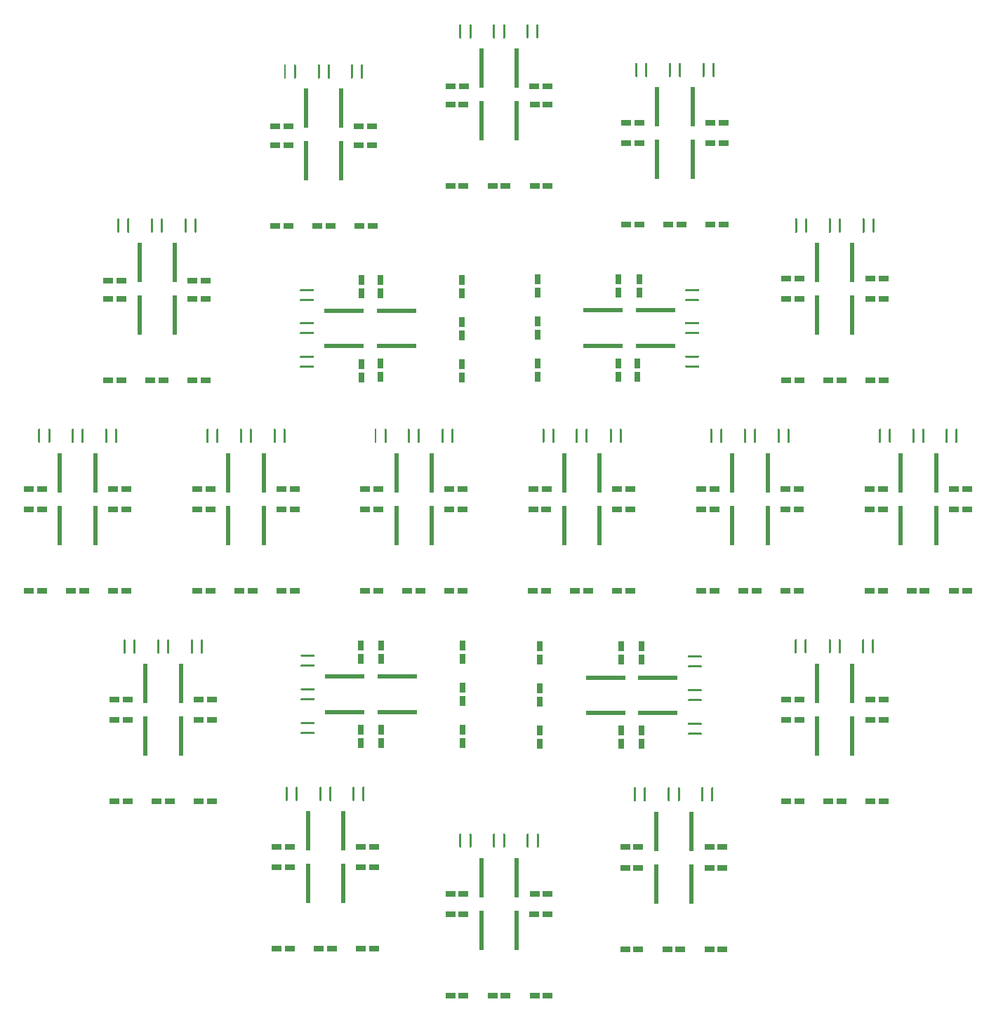
<source format=gtp>
G04 #@! TF.GenerationSoftware,KiCad,Pcbnew,(5.1.6)-1*
G04 #@! TF.CreationDate,2021-04-26T19:55:32-05:00*
G04 #@! TF.ProjectId,capstone-led,63617073-746f-46e6-952d-6c65642e6b69,rev?*
G04 #@! TF.SameCoordinates,Original*
G04 #@! TF.FileFunction,Paste,Top*
G04 #@! TF.FilePolarity,Positive*
%FSLAX46Y46*%
G04 Gerber Fmt 4.6, Leading zero omitted, Abs format (unit mm)*
G04 Created by KiCad (PCBNEW (5.1.6)-1) date 2021-04-26 19:55:32*
%MOMM*%
%LPD*%
G01*
G04 APERTURE LIST*
%ADD10R,4.780000X0.500000*%
%ADD11R,1.260000X0.730000*%
%ADD12R,0.730000X1.260000*%
%ADD13R,0.500000X4.780000*%
G04 APERTURE END LIST*
G36*
G01*
X123462000Y-116695200D02*
X121902000Y-116695200D01*
G75*
G02*
X121832000Y-116625200I0J70000D01*
G01*
X121832000Y-116515200D01*
G75*
G02*
X121902000Y-116445200I70000J0D01*
G01*
X123462000Y-116445200D01*
G75*
G02*
X123532000Y-116515200I0J-70000D01*
G01*
X123532000Y-116625200D01*
G75*
G02*
X123462000Y-116695200I-70000J0D01*
G01*
G37*
G36*
G01*
X123462000Y-117895200D02*
X121902000Y-117895200D01*
G75*
G02*
X121832000Y-117825200I0J70000D01*
G01*
X121832000Y-117715200D01*
G75*
G02*
X121902000Y-117645200I70000J0D01*
G01*
X123462000Y-117645200D01*
G75*
G02*
X123532000Y-117715200I0J-70000D01*
G01*
X123532000Y-117825200D01*
G75*
G02*
X123462000Y-117895200I-70000J0D01*
G01*
G37*
G36*
G01*
X123462000Y-120759200D02*
X121902000Y-120759200D01*
G75*
G02*
X121832000Y-120689200I0J70000D01*
G01*
X121832000Y-120579200D01*
G75*
G02*
X121902000Y-120509200I70000J0D01*
G01*
X123462000Y-120509200D01*
G75*
G02*
X123532000Y-120579200I0J-70000D01*
G01*
X123532000Y-120689200D01*
G75*
G02*
X123462000Y-120759200I-70000J0D01*
G01*
G37*
G36*
G01*
X123462000Y-121959200D02*
X121902000Y-121959200D01*
G75*
G02*
X121832000Y-121889200I0J70000D01*
G01*
X121832000Y-121779200D01*
G75*
G02*
X121902000Y-121709200I70000J0D01*
G01*
X123462000Y-121709200D01*
G75*
G02*
X123532000Y-121779200I0J-70000D01*
G01*
X123532000Y-121889200D01*
G75*
G02*
X123462000Y-121959200I-70000J0D01*
G01*
G37*
G36*
G01*
X123462000Y-124823200D02*
X121902000Y-124823200D01*
G75*
G02*
X121832000Y-124753200I0J70000D01*
G01*
X121832000Y-124643200D01*
G75*
G02*
X121902000Y-124573200I70000J0D01*
G01*
X123462000Y-124573200D01*
G75*
G02*
X123532000Y-124643200I0J-70000D01*
G01*
X123532000Y-124753200D01*
G75*
G02*
X123462000Y-124823200I-70000J0D01*
G01*
G37*
G36*
G01*
X123462000Y-126023200D02*
X121902000Y-126023200D01*
G75*
G02*
X121832000Y-125953200I0J70000D01*
G01*
X121832000Y-125843200D01*
G75*
G02*
X121902000Y-125773200I70000J0D01*
G01*
X123462000Y-125773200D01*
G75*
G02*
X123532000Y-125843200I0J-70000D01*
G01*
X123532000Y-125953200D01*
G75*
G02*
X123462000Y-126023200I-70000J0D01*
G01*
G37*
G36*
G01*
X75191400Y-125671600D02*
X76751400Y-125671600D01*
G75*
G02*
X76821400Y-125741600I0J-70000D01*
G01*
X76821400Y-125851600D01*
G75*
G02*
X76751400Y-125921600I-70000J0D01*
G01*
X75191400Y-125921600D01*
G75*
G02*
X75121400Y-125851600I0J70000D01*
G01*
X75121400Y-125741600D01*
G75*
G02*
X75191400Y-125671600I70000J0D01*
G01*
G37*
G36*
G01*
X75191400Y-124471600D02*
X76751400Y-124471600D01*
G75*
G02*
X76821400Y-124541600I0J-70000D01*
G01*
X76821400Y-124651600D01*
G75*
G02*
X76751400Y-124721600I-70000J0D01*
G01*
X75191400Y-124721600D01*
G75*
G02*
X75121400Y-124651600I0J70000D01*
G01*
X75121400Y-124541600D01*
G75*
G02*
X75191400Y-124471600I70000J0D01*
G01*
G37*
G36*
G01*
X75191400Y-121607600D02*
X76751400Y-121607600D01*
G75*
G02*
X76821400Y-121677600I0J-70000D01*
G01*
X76821400Y-121787600D01*
G75*
G02*
X76751400Y-121857600I-70000J0D01*
G01*
X75191400Y-121857600D01*
G75*
G02*
X75121400Y-121787600I0J70000D01*
G01*
X75121400Y-121677600D01*
G75*
G02*
X75191400Y-121607600I70000J0D01*
G01*
G37*
G36*
G01*
X75191400Y-120407600D02*
X76751400Y-120407600D01*
G75*
G02*
X76821400Y-120477600I0J-70000D01*
G01*
X76821400Y-120587600D01*
G75*
G02*
X76751400Y-120657600I-70000J0D01*
G01*
X75191400Y-120657600D01*
G75*
G02*
X75121400Y-120587600I0J70000D01*
G01*
X75121400Y-120477600D01*
G75*
G02*
X75191400Y-120407600I70000J0D01*
G01*
G37*
G36*
G01*
X75191400Y-117543600D02*
X76751400Y-117543600D01*
G75*
G02*
X76821400Y-117613600I0J-70000D01*
G01*
X76821400Y-117723600D01*
G75*
G02*
X76751400Y-117793600I-70000J0D01*
G01*
X75191400Y-117793600D01*
G75*
G02*
X75121400Y-117723600I0J70000D01*
G01*
X75121400Y-117613600D01*
G75*
G02*
X75191400Y-117543600I70000J0D01*
G01*
G37*
G36*
G01*
X75191400Y-116343600D02*
X76751400Y-116343600D01*
G75*
G02*
X76821400Y-116413600I0J-70000D01*
G01*
X76821400Y-116523600D01*
G75*
G02*
X76751400Y-116593600I-70000J0D01*
G01*
X75191400Y-116593600D01*
G75*
G02*
X75121400Y-116523600I0J70000D01*
G01*
X75121400Y-116413600D01*
G75*
G02*
X75191400Y-116343600I70000J0D01*
G01*
G37*
G36*
G01*
X63086000Y-116146800D02*
X63086000Y-114586800D01*
G75*
G02*
X63156000Y-114516800I70000J0D01*
G01*
X63266000Y-114516800D01*
G75*
G02*
X63336000Y-114586800I0J-70000D01*
G01*
X63336000Y-116146800D01*
G75*
G02*
X63266000Y-116216800I-70000J0D01*
G01*
X63156000Y-116216800D01*
G75*
G02*
X63086000Y-116146800I0J70000D01*
G01*
G37*
G36*
G01*
X61886000Y-116146800D02*
X61886000Y-114586800D01*
G75*
G02*
X61956000Y-114516800I70000J0D01*
G01*
X62066000Y-114516800D01*
G75*
G02*
X62136000Y-114586800I0J-70000D01*
G01*
X62136000Y-116146800D01*
G75*
G02*
X62066000Y-116216800I-70000J0D01*
G01*
X61956000Y-116216800D01*
G75*
G02*
X61886000Y-116146800I0J70000D01*
G01*
G37*
G36*
G01*
X59022000Y-116146800D02*
X59022000Y-114586800D01*
G75*
G02*
X59092000Y-114516800I70000J0D01*
G01*
X59202000Y-114516800D01*
G75*
G02*
X59272000Y-114586800I0J-70000D01*
G01*
X59272000Y-116146800D01*
G75*
G02*
X59202000Y-116216800I-70000J0D01*
G01*
X59092000Y-116216800D01*
G75*
G02*
X59022000Y-116146800I0J70000D01*
G01*
G37*
G36*
G01*
X57822000Y-116146800D02*
X57822000Y-114586800D01*
G75*
G02*
X57892000Y-114516800I70000J0D01*
G01*
X58002000Y-114516800D01*
G75*
G02*
X58072000Y-114586800I0J-70000D01*
G01*
X58072000Y-116146800D01*
G75*
G02*
X58002000Y-116216800I-70000J0D01*
G01*
X57892000Y-116216800D01*
G75*
G02*
X57822000Y-116146800I0J70000D01*
G01*
G37*
G36*
G01*
X54958000Y-116146800D02*
X54958000Y-114586800D01*
G75*
G02*
X55028000Y-114516800I70000J0D01*
G01*
X55138000Y-114516800D01*
G75*
G02*
X55208000Y-114586800I0J-70000D01*
G01*
X55208000Y-116146800D01*
G75*
G02*
X55138000Y-116216800I-70000J0D01*
G01*
X55028000Y-116216800D01*
G75*
G02*
X54958000Y-116146800I0J70000D01*
G01*
G37*
G36*
G01*
X53758000Y-116146800D02*
X53758000Y-114586800D01*
G75*
G02*
X53828000Y-114516800I70000J0D01*
G01*
X53938000Y-114516800D01*
G75*
G02*
X54008000Y-114586800I0J-70000D01*
G01*
X54008000Y-116146800D01*
G75*
G02*
X53938000Y-116216800I-70000J0D01*
G01*
X53828000Y-116216800D01*
G75*
G02*
X53758000Y-116146800I0J70000D01*
G01*
G37*
G36*
G01*
X73566000Y-132366800D02*
X73566000Y-133926800D01*
G75*
G02*
X73496000Y-133996800I-70000J0D01*
G01*
X73386000Y-133996800D01*
G75*
G02*
X73316000Y-133926800I0J70000D01*
G01*
X73316000Y-132366800D01*
G75*
G02*
X73386000Y-132296800I70000J0D01*
G01*
X73496000Y-132296800D01*
G75*
G02*
X73566000Y-132366800I0J-70000D01*
G01*
G37*
G36*
G01*
X74766000Y-132366800D02*
X74766000Y-133926800D01*
G75*
G02*
X74696000Y-133996800I-70000J0D01*
G01*
X74586000Y-133996800D01*
G75*
G02*
X74516000Y-133926800I0J70000D01*
G01*
X74516000Y-132366800D01*
G75*
G02*
X74586000Y-132296800I70000J0D01*
G01*
X74696000Y-132296800D01*
G75*
G02*
X74766000Y-132366800I0J-70000D01*
G01*
G37*
G36*
G01*
X135008600Y-63786800D02*
X135008600Y-65346800D01*
G75*
G02*
X134938600Y-65416800I-70000J0D01*
G01*
X134828600Y-65416800D01*
G75*
G02*
X134758600Y-65346800I0J70000D01*
G01*
X134758600Y-63786800D01*
G75*
G02*
X134828600Y-63716800I70000J0D01*
G01*
X134938600Y-63716800D01*
G75*
G02*
X135008600Y-63786800I0J-70000D01*
G01*
G37*
G36*
G01*
X136208600Y-63786800D02*
X136208600Y-65346800D01*
G75*
G02*
X136138600Y-65416800I-70000J0D01*
G01*
X136028600Y-65416800D01*
G75*
G02*
X135958600Y-65346800I0J70000D01*
G01*
X135958600Y-63786800D01*
G75*
G02*
X136028600Y-63716800I70000J0D01*
G01*
X136138600Y-63716800D01*
G75*
G02*
X136208600Y-63786800I0J-70000D01*
G01*
G37*
G36*
G01*
X123131800Y-72499200D02*
X121571800Y-72499200D01*
G75*
G02*
X121501800Y-72429200I0J70000D01*
G01*
X121501800Y-72319200D01*
G75*
G02*
X121571800Y-72249200I70000J0D01*
G01*
X123131800Y-72249200D01*
G75*
G02*
X123201800Y-72319200I0J-70000D01*
G01*
X123201800Y-72429200D01*
G75*
G02*
X123131800Y-72499200I-70000J0D01*
G01*
G37*
G36*
G01*
X123131800Y-73699200D02*
X121571800Y-73699200D01*
G75*
G02*
X121501800Y-73629200I0J70000D01*
G01*
X121501800Y-73519200D01*
G75*
G02*
X121571800Y-73449200I70000J0D01*
G01*
X123131800Y-73449200D01*
G75*
G02*
X123201800Y-73519200I0J-70000D01*
G01*
X123201800Y-73629200D01*
G75*
G02*
X123131800Y-73699200I-70000J0D01*
G01*
G37*
G36*
G01*
X77655400Y-132366800D02*
X77655400Y-133926800D01*
G75*
G02*
X77585400Y-133996800I-70000J0D01*
G01*
X77475400Y-133996800D01*
G75*
G02*
X77405400Y-133926800I0J70000D01*
G01*
X77405400Y-132366800D01*
G75*
G02*
X77475400Y-132296800I70000J0D01*
G01*
X77585400Y-132296800D01*
G75*
G02*
X77655400Y-132366800I0J-70000D01*
G01*
G37*
G36*
G01*
X78855400Y-132366800D02*
X78855400Y-133926800D01*
G75*
G02*
X78785400Y-133996800I-70000J0D01*
G01*
X78675400Y-133996800D01*
G75*
G02*
X78605400Y-133926800I0J70000D01*
G01*
X78605400Y-132366800D01*
G75*
G02*
X78675400Y-132296800I70000J0D01*
G01*
X78785400Y-132296800D01*
G75*
G02*
X78855400Y-132366800I0J-70000D01*
G01*
G37*
G36*
G01*
X124808000Y-46576200D02*
X124808000Y-45016200D01*
G75*
G02*
X124878000Y-44946200I70000J0D01*
G01*
X124988000Y-44946200D01*
G75*
G02*
X125058000Y-45016200I0J-70000D01*
G01*
X125058000Y-46576200D01*
G75*
G02*
X124988000Y-46646200I-70000J0D01*
G01*
X124878000Y-46646200D01*
G75*
G02*
X124808000Y-46576200I0J70000D01*
G01*
G37*
G36*
G01*
X123608000Y-46576200D02*
X123608000Y-45016200D01*
G75*
G02*
X123678000Y-44946200I70000J0D01*
G01*
X123788000Y-44946200D01*
G75*
G02*
X123858000Y-45016200I0J-70000D01*
G01*
X123858000Y-46576200D01*
G75*
G02*
X123788000Y-46646200I-70000J0D01*
G01*
X123678000Y-46646200D01*
G75*
G02*
X123608000Y-46576200I0J70000D01*
G01*
G37*
G36*
G01*
X123131800Y-76461600D02*
X121571800Y-76461600D01*
G75*
G02*
X121501800Y-76391600I0J70000D01*
G01*
X121501800Y-76281600D01*
G75*
G02*
X121571800Y-76211600I70000J0D01*
G01*
X123131800Y-76211600D01*
G75*
G02*
X123201800Y-76281600I0J-70000D01*
G01*
X123201800Y-76391600D01*
G75*
G02*
X123131800Y-76461600I-70000J0D01*
G01*
G37*
G36*
G01*
X123131800Y-77661600D02*
X121571800Y-77661600D01*
G75*
G02*
X121501800Y-77591600I0J70000D01*
G01*
X121501800Y-77481600D01*
G75*
G02*
X121571800Y-77411600I70000J0D01*
G01*
X123131800Y-77411600D01*
G75*
G02*
X123201800Y-77481600I0J-70000D01*
G01*
X123201800Y-77591600D01*
G75*
G02*
X123131800Y-77661600I-70000J0D01*
G01*
G37*
G36*
G01*
X81643200Y-132366800D02*
X81643200Y-133926800D01*
G75*
G02*
X81573200Y-133996800I-70000J0D01*
G01*
X81463200Y-133996800D01*
G75*
G02*
X81393200Y-133926800I0J70000D01*
G01*
X81393200Y-132366800D01*
G75*
G02*
X81463200Y-132296800I70000J0D01*
G01*
X81573200Y-132296800D01*
G75*
G02*
X81643200Y-132366800I0J-70000D01*
G01*
G37*
G36*
G01*
X82843200Y-132366800D02*
X82843200Y-133926800D01*
G75*
G02*
X82773200Y-133996800I-70000J0D01*
G01*
X82663200Y-133996800D01*
G75*
G02*
X82593200Y-133926800I0J70000D01*
G01*
X82593200Y-132366800D01*
G75*
G02*
X82663200Y-132296800I70000J0D01*
G01*
X82773200Y-132296800D01*
G75*
G02*
X82843200Y-132366800I0J-70000D01*
G01*
G37*
G36*
G01*
X120744000Y-46576200D02*
X120744000Y-45016200D01*
G75*
G02*
X120814000Y-44946200I70000J0D01*
G01*
X120924000Y-44946200D01*
G75*
G02*
X120994000Y-45016200I0J-70000D01*
G01*
X120994000Y-46576200D01*
G75*
G02*
X120924000Y-46646200I-70000J0D01*
G01*
X120814000Y-46646200D01*
G75*
G02*
X120744000Y-46576200I0J70000D01*
G01*
G37*
G36*
G01*
X119544000Y-46576200D02*
X119544000Y-45016200D01*
G75*
G02*
X119614000Y-44946200I70000J0D01*
G01*
X119724000Y-44946200D01*
G75*
G02*
X119794000Y-45016200I0J-70000D01*
G01*
X119794000Y-46576200D01*
G75*
G02*
X119724000Y-46646200I-70000J0D01*
G01*
X119614000Y-46646200D01*
G75*
G02*
X119544000Y-46576200I0J70000D01*
G01*
G37*
G36*
G01*
X133850400Y-90721400D02*
X133850400Y-89161400D01*
G75*
G02*
X133920400Y-89091400I70000J0D01*
G01*
X134030400Y-89091400D01*
G75*
G02*
X134100400Y-89161400I0J-70000D01*
G01*
X134100400Y-90721400D01*
G75*
G02*
X134030400Y-90791400I-70000J0D01*
G01*
X133920400Y-90791400D01*
G75*
G02*
X133850400Y-90721400I0J70000D01*
G01*
G37*
G36*
G01*
X132650400Y-90721400D02*
X132650400Y-89161400D01*
G75*
G02*
X132720400Y-89091400I70000J0D01*
G01*
X132830400Y-89091400D01*
G75*
G02*
X132900400Y-89161400I0J-70000D01*
G01*
X132900400Y-90721400D01*
G75*
G02*
X132830400Y-90791400I-70000J0D01*
G01*
X132720400Y-90791400D01*
G75*
G02*
X132650400Y-90721400I0J70000D01*
G01*
G37*
G36*
G01*
X94521000Y-138005600D02*
X94521000Y-139565600D01*
G75*
G02*
X94451000Y-139635600I-70000J0D01*
G01*
X94341000Y-139635600D01*
G75*
G02*
X94271000Y-139565600I0J70000D01*
G01*
X94271000Y-138005600D01*
G75*
G02*
X94341000Y-137935600I70000J0D01*
G01*
X94451000Y-137935600D01*
G75*
G02*
X94521000Y-138005600I0J-70000D01*
G01*
G37*
G36*
G01*
X95721000Y-138005600D02*
X95721000Y-139565600D01*
G75*
G02*
X95651000Y-139635600I-70000J0D01*
G01*
X95541000Y-139635600D01*
G75*
G02*
X95471000Y-139565600I0J70000D01*
G01*
X95471000Y-138005600D01*
G75*
G02*
X95541000Y-137935600I70000J0D01*
G01*
X95651000Y-137935600D01*
G75*
G02*
X95721000Y-138005600I0J-70000D01*
G01*
G37*
G36*
G01*
X116705400Y-46576200D02*
X116705400Y-45016200D01*
G75*
G02*
X116775400Y-44946200I70000J0D01*
G01*
X116885400Y-44946200D01*
G75*
G02*
X116955400Y-45016200I0J-70000D01*
G01*
X116955400Y-46576200D01*
G75*
G02*
X116885400Y-46646200I-70000J0D01*
G01*
X116775400Y-46646200D01*
G75*
G02*
X116705400Y-46576200I0J70000D01*
G01*
G37*
G36*
G01*
X115505400Y-46576200D02*
X115505400Y-45016200D01*
G75*
G02*
X115575400Y-44946200I70000J0D01*
G01*
X115685400Y-44946200D01*
G75*
G02*
X115755400Y-45016200I0J-70000D01*
G01*
X115755400Y-46576200D01*
G75*
G02*
X115685400Y-46646200I-70000J0D01*
G01*
X115575400Y-46646200D01*
G75*
G02*
X115505400Y-46576200I0J70000D01*
G01*
G37*
G36*
G01*
X129811800Y-90721400D02*
X129811800Y-89161400D01*
G75*
G02*
X129881800Y-89091400I70000J0D01*
G01*
X129991800Y-89091400D01*
G75*
G02*
X130061800Y-89161400I0J-70000D01*
G01*
X130061800Y-90721400D01*
G75*
G02*
X129991800Y-90791400I-70000J0D01*
G01*
X129881800Y-90791400D01*
G75*
G02*
X129811800Y-90721400I0J70000D01*
G01*
G37*
G36*
G01*
X128611800Y-90721400D02*
X128611800Y-89161400D01*
G75*
G02*
X128681800Y-89091400I70000J0D01*
G01*
X128791800Y-89091400D01*
G75*
G02*
X128861800Y-89161400I0J-70000D01*
G01*
X128861800Y-90721400D01*
G75*
G02*
X128791800Y-90791400I-70000J0D01*
G01*
X128681800Y-90791400D01*
G75*
G02*
X128611800Y-90721400I0J70000D01*
G01*
G37*
G36*
G01*
X98585000Y-138005600D02*
X98585000Y-139565600D01*
G75*
G02*
X98515000Y-139635600I-70000J0D01*
G01*
X98405000Y-139635600D01*
G75*
G02*
X98335000Y-139565600I0J70000D01*
G01*
X98335000Y-138005600D01*
G75*
G02*
X98405000Y-137935600I70000J0D01*
G01*
X98515000Y-137935600D01*
G75*
G02*
X98585000Y-138005600I0J-70000D01*
G01*
G37*
G36*
G01*
X99785000Y-138005600D02*
X99785000Y-139565600D01*
G75*
G02*
X99715000Y-139635600I-70000J0D01*
G01*
X99605000Y-139635600D01*
G75*
G02*
X99535000Y-139565600I0J70000D01*
G01*
X99535000Y-138005600D01*
G75*
G02*
X99605000Y-137935600I70000J0D01*
G01*
X99715000Y-137935600D01*
G75*
G02*
X99785000Y-138005600I0J-70000D01*
G01*
G37*
G36*
G01*
X103548200Y-41902600D02*
X103548200Y-40342600D01*
G75*
G02*
X103618200Y-40272600I70000J0D01*
G01*
X103728200Y-40272600D01*
G75*
G02*
X103798200Y-40342600I0J-70000D01*
G01*
X103798200Y-41902600D01*
G75*
G02*
X103728200Y-41972600I-70000J0D01*
G01*
X103618200Y-41972600D01*
G75*
G02*
X103548200Y-41902600I0J70000D01*
G01*
G37*
G36*
G01*
X102348200Y-41902600D02*
X102348200Y-40342600D01*
G75*
G02*
X102418200Y-40272600I70000J0D01*
G01*
X102528200Y-40272600D01*
G75*
G02*
X102598200Y-40342600I0J-70000D01*
G01*
X102598200Y-41902600D01*
G75*
G02*
X102528200Y-41972600I-70000J0D01*
G01*
X102418200Y-41972600D01*
G75*
G02*
X102348200Y-41902600I0J70000D01*
G01*
G37*
G36*
G01*
X125747800Y-90721400D02*
X125747800Y-89161400D01*
G75*
G02*
X125817800Y-89091400I70000J0D01*
G01*
X125927800Y-89091400D01*
G75*
G02*
X125997800Y-89161400I0J-70000D01*
G01*
X125997800Y-90721400D01*
G75*
G02*
X125927800Y-90791400I-70000J0D01*
G01*
X125817800Y-90791400D01*
G75*
G02*
X125747800Y-90721400I0J70000D01*
G01*
G37*
G36*
G01*
X124547800Y-90721400D02*
X124547800Y-89161400D01*
G75*
G02*
X124617800Y-89091400I70000J0D01*
G01*
X124727800Y-89091400D01*
G75*
G02*
X124797800Y-89161400I0J-70000D01*
G01*
X124797800Y-90721400D01*
G75*
G02*
X124727800Y-90791400I-70000J0D01*
G01*
X124617800Y-90791400D01*
G75*
G02*
X124547800Y-90721400I0J70000D01*
G01*
G37*
G36*
G01*
X102649000Y-138005600D02*
X102649000Y-139565600D01*
G75*
G02*
X102579000Y-139635600I-70000J0D01*
G01*
X102469000Y-139635600D01*
G75*
G02*
X102399000Y-139565600I0J70000D01*
G01*
X102399000Y-138005600D01*
G75*
G02*
X102469000Y-137935600I70000J0D01*
G01*
X102579000Y-137935600D01*
G75*
G02*
X102649000Y-138005600I0J-70000D01*
G01*
G37*
G36*
G01*
X103849000Y-138005600D02*
X103849000Y-139565600D01*
G75*
G02*
X103779000Y-139635600I-70000J0D01*
G01*
X103669000Y-139635600D01*
G75*
G02*
X103599000Y-139565600I0J70000D01*
G01*
X103599000Y-138005600D01*
G75*
G02*
X103669000Y-137935600I70000J0D01*
G01*
X103779000Y-137935600D01*
G75*
G02*
X103849000Y-138005600I0J-70000D01*
G01*
G37*
G36*
G01*
X99535000Y-41902600D02*
X99535000Y-40342600D01*
G75*
G02*
X99605000Y-40272600I70000J0D01*
G01*
X99715000Y-40272600D01*
G75*
G02*
X99785000Y-40342600I0J-70000D01*
G01*
X99785000Y-41902600D01*
G75*
G02*
X99715000Y-41972600I-70000J0D01*
G01*
X99605000Y-41972600D01*
G75*
G02*
X99535000Y-41902600I0J70000D01*
G01*
G37*
G36*
G01*
X98335000Y-41902600D02*
X98335000Y-40342600D01*
G75*
G02*
X98405000Y-40272600I70000J0D01*
G01*
X98515000Y-40272600D01*
G75*
G02*
X98585000Y-40342600I0J-70000D01*
G01*
X98585000Y-41902600D01*
G75*
G02*
X98515000Y-41972600I-70000J0D01*
G01*
X98405000Y-41972600D01*
G75*
G02*
X98335000Y-41902600I0J70000D01*
G01*
G37*
G36*
G01*
X113606600Y-90721400D02*
X113606600Y-89161400D01*
G75*
G02*
X113676600Y-89091400I70000J0D01*
G01*
X113786600Y-89091400D01*
G75*
G02*
X113856600Y-89161400I0J-70000D01*
G01*
X113856600Y-90721400D01*
G75*
G02*
X113786600Y-90791400I-70000J0D01*
G01*
X113676600Y-90791400D01*
G75*
G02*
X113606600Y-90721400I0J70000D01*
G01*
G37*
G36*
G01*
X112406600Y-90721400D02*
X112406600Y-89161400D01*
G75*
G02*
X112476600Y-89091400I70000J0D01*
G01*
X112586600Y-89091400D01*
G75*
G02*
X112656600Y-89161400I0J-70000D01*
G01*
X112656600Y-90721400D01*
G75*
G02*
X112586600Y-90791400I-70000J0D01*
G01*
X112476600Y-90791400D01*
G75*
G02*
X112406600Y-90721400I0J70000D01*
G01*
G37*
G36*
G01*
X115577600Y-132417600D02*
X115577600Y-133977600D01*
G75*
G02*
X115507600Y-134047600I-70000J0D01*
G01*
X115397600Y-134047600D01*
G75*
G02*
X115327600Y-133977600I0J70000D01*
G01*
X115327600Y-132417600D01*
G75*
G02*
X115397600Y-132347600I70000J0D01*
G01*
X115507600Y-132347600D01*
G75*
G02*
X115577600Y-132417600I0J-70000D01*
G01*
G37*
G36*
G01*
X116777600Y-132417600D02*
X116777600Y-133977600D01*
G75*
G02*
X116707600Y-134047600I-70000J0D01*
G01*
X116597600Y-134047600D01*
G75*
G02*
X116527600Y-133977600I0J70000D01*
G01*
X116527600Y-132417600D01*
G75*
G02*
X116597600Y-132347600I70000J0D01*
G01*
X116707600Y-132347600D01*
G75*
G02*
X116777600Y-132417600I0J-70000D01*
G01*
G37*
G36*
G01*
X95471000Y-41902600D02*
X95471000Y-40342600D01*
G75*
G02*
X95541000Y-40272600I70000J0D01*
G01*
X95651000Y-40272600D01*
G75*
G02*
X95721000Y-40342600I0J-70000D01*
G01*
X95721000Y-41902600D01*
G75*
G02*
X95651000Y-41972600I-70000J0D01*
G01*
X95541000Y-41972600D01*
G75*
G02*
X95471000Y-41902600I0J70000D01*
G01*
G37*
G36*
G01*
X94271000Y-41902600D02*
X94271000Y-40342600D01*
G75*
G02*
X94341000Y-40272600I70000J0D01*
G01*
X94451000Y-40272600D01*
G75*
G02*
X94521000Y-40342600I0J-70000D01*
G01*
X94521000Y-41902600D01*
G75*
G02*
X94451000Y-41972600I-70000J0D01*
G01*
X94341000Y-41972600D01*
G75*
G02*
X94271000Y-41902600I0J70000D01*
G01*
G37*
G36*
G01*
X109517200Y-90721400D02*
X109517200Y-89161400D01*
G75*
G02*
X109587200Y-89091400I70000J0D01*
G01*
X109697200Y-89091400D01*
G75*
G02*
X109767200Y-89161400I0J-70000D01*
G01*
X109767200Y-90721400D01*
G75*
G02*
X109697200Y-90791400I-70000J0D01*
G01*
X109587200Y-90791400D01*
G75*
G02*
X109517200Y-90721400I0J70000D01*
G01*
G37*
G36*
G01*
X108317200Y-90721400D02*
X108317200Y-89161400D01*
G75*
G02*
X108387200Y-89091400I70000J0D01*
G01*
X108497200Y-89091400D01*
G75*
G02*
X108567200Y-89161400I0J-70000D01*
G01*
X108567200Y-90721400D01*
G75*
G02*
X108497200Y-90791400I-70000J0D01*
G01*
X108387200Y-90791400D01*
G75*
G02*
X108317200Y-90721400I0J70000D01*
G01*
G37*
G36*
G01*
X119667000Y-132417600D02*
X119667000Y-133977600D01*
G75*
G02*
X119597000Y-134047600I-70000J0D01*
G01*
X119487000Y-134047600D01*
G75*
G02*
X119417000Y-133977600I0J70000D01*
G01*
X119417000Y-132417600D01*
G75*
G02*
X119487000Y-132347600I70000J0D01*
G01*
X119597000Y-132347600D01*
G75*
G02*
X119667000Y-132417600I0J-70000D01*
G01*
G37*
G36*
G01*
X120867000Y-132417600D02*
X120867000Y-133977600D01*
G75*
G02*
X120797000Y-134047600I-70000J0D01*
G01*
X120687000Y-134047600D01*
G75*
G02*
X120617000Y-133977600I0J70000D01*
G01*
X120617000Y-132417600D01*
G75*
G02*
X120687000Y-132347600I70000J0D01*
G01*
X120797000Y-132347600D01*
G75*
G02*
X120867000Y-132417600I0J-70000D01*
G01*
G37*
G36*
G01*
X82390000Y-46754000D02*
X82390000Y-45194000D01*
G75*
G02*
X82460000Y-45124000I70000J0D01*
G01*
X82570000Y-45124000D01*
G75*
G02*
X82640000Y-45194000I0J-70000D01*
G01*
X82640000Y-46754000D01*
G75*
G02*
X82570000Y-46824000I-70000J0D01*
G01*
X82460000Y-46824000D01*
G75*
G02*
X82390000Y-46754000I0J70000D01*
G01*
G37*
G36*
G01*
X81190000Y-46754000D02*
X81190000Y-45194000D01*
G75*
G02*
X81260000Y-45124000I70000J0D01*
G01*
X81370000Y-45124000D01*
G75*
G02*
X81440000Y-45194000I0J-70000D01*
G01*
X81440000Y-46754000D01*
G75*
G02*
X81370000Y-46824000I-70000J0D01*
G01*
X81260000Y-46824000D01*
G75*
G02*
X81190000Y-46754000I0J70000D01*
G01*
G37*
G36*
G01*
X105478600Y-90721400D02*
X105478600Y-89161400D01*
G75*
G02*
X105548600Y-89091400I70000J0D01*
G01*
X105658600Y-89091400D01*
G75*
G02*
X105728600Y-89161400I0J-70000D01*
G01*
X105728600Y-90721400D01*
G75*
G02*
X105658600Y-90791400I-70000J0D01*
G01*
X105548600Y-90791400D01*
G75*
G02*
X105478600Y-90721400I0J70000D01*
G01*
G37*
G36*
G01*
X104278600Y-90721400D02*
X104278600Y-89161400D01*
G75*
G02*
X104348600Y-89091400I70000J0D01*
G01*
X104458600Y-89091400D01*
G75*
G02*
X104528600Y-89161400I0J-70000D01*
G01*
X104528600Y-90721400D01*
G75*
G02*
X104458600Y-90791400I-70000J0D01*
G01*
X104348600Y-90791400D01*
G75*
G02*
X104278600Y-90721400I0J70000D01*
G01*
G37*
G36*
G01*
X123705600Y-132417600D02*
X123705600Y-133977600D01*
G75*
G02*
X123635600Y-134047600I-70000J0D01*
G01*
X123525600Y-134047600D01*
G75*
G02*
X123455600Y-133977600I0J70000D01*
G01*
X123455600Y-132417600D01*
G75*
G02*
X123525600Y-132347600I70000J0D01*
G01*
X123635600Y-132347600D01*
G75*
G02*
X123705600Y-132417600I0J-70000D01*
G01*
G37*
G36*
G01*
X124905600Y-132417600D02*
X124905600Y-133977600D01*
G75*
G02*
X124835600Y-134047600I-70000J0D01*
G01*
X124725600Y-134047600D01*
G75*
G02*
X124655600Y-133977600I0J70000D01*
G01*
X124655600Y-132417600D01*
G75*
G02*
X124725600Y-132347600I70000J0D01*
G01*
X124835600Y-132347600D01*
G75*
G02*
X124905600Y-132417600I0J-70000D01*
G01*
G37*
G36*
G01*
X78402200Y-46754000D02*
X78402200Y-45194000D01*
G75*
G02*
X78472200Y-45124000I70000J0D01*
G01*
X78582200Y-45124000D01*
G75*
G02*
X78652200Y-45194000I0J-70000D01*
G01*
X78652200Y-46754000D01*
G75*
G02*
X78582200Y-46824000I-70000J0D01*
G01*
X78472200Y-46824000D01*
G75*
G02*
X78402200Y-46754000I0J70000D01*
G01*
G37*
G36*
G01*
X77202200Y-46754000D02*
X77202200Y-45194000D01*
G75*
G02*
X77272200Y-45124000I70000J0D01*
G01*
X77382200Y-45124000D01*
G75*
G02*
X77452200Y-45194000I0J-70000D01*
G01*
X77452200Y-46754000D01*
G75*
G02*
X77382200Y-46824000I-70000J0D01*
G01*
X77272200Y-46824000D01*
G75*
G02*
X77202200Y-46754000I0J70000D01*
G01*
G37*
G36*
G01*
X93337400Y-90721400D02*
X93337400Y-89161400D01*
G75*
G02*
X93407400Y-89091400I70000J0D01*
G01*
X93517400Y-89091400D01*
G75*
G02*
X93587400Y-89161400I0J-70000D01*
G01*
X93587400Y-90721400D01*
G75*
G02*
X93517400Y-90791400I-70000J0D01*
G01*
X93407400Y-90791400D01*
G75*
G02*
X93337400Y-90721400I0J70000D01*
G01*
G37*
G36*
G01*
X92137400Y-90721400D02*
X92137400Y-89161400D01*
G75*
G02*
X92207400Y-89091400I70000J0D01*
G01*
X92317400Y-89091400D01*
G75*
G02*
X92387400Y-89161400I0J-70000D01*
G01*
X92387400Y-90721400D01*
G75*
G02*
X92317400Y-90791400I-70000J0D01*
G01*
X92207400Y-90791400D01*
G75*
G02*
X92137400Y-90721400I0J70000D01*
G01*
G37*
G36*
G01*
X134983200Y-114561400D02*
X134983200Y-116121400D01*
G75*
G02*
X134913200Y-116191400I-70000J0D01*
G01*
X134803200Y-116191400D01*
G75*
G02*
X134733200Y-116121400I0J70000D01*
G01*
X134733200Y-114561400D01*
G75*
G02*
X134803200Y-114491400I70000J0D01*
G01*
X134913200Y-114491400D01*
G75*
G02*
X134983200Y-114561400I0J-70000D01*
G01*
G37*
G36*
G01*
X136183200Y-114561400D02*
X136183200Y-116121400D01*
G75*
G02*
X136113200Y-116191400I-70000J0D01*
G01*
X136003200Y-116191400D01*
G75*
G02*
X135933200Y-116121400I0J70000D01*
G01*
X135933200Y-114561400D01*
G75*
G02*
X136003200Y-114491400I70000J0D01*
G01*
X136113200Y-114491400D01*
G75*
G02*
X136183200Y-114561400I0J-70000D01*
G01*
G37*
G36*
G01*
X74312800Y-46754000D02*
X74312800Y-45194000D01*
G75*
G02*
X74382800Y-45124000I70000J0D01*
G01*
X74492800Y-45124000D01*
G75*
G02*
X74562800Y-45194000I0J-70000D01*
G01*
X74562800Y-46754000D01*
G75*
G02*
X74492800Y-46824000I-70000J0D01*
G01*
X74382800Y-46824000D01*
G75*
G02*
X74312800Y-46754000I0J70000D01*
G01*
G37*
G36*
G01*
X73112800Y-46754000D02*
X73112800Y-45194000D01*
G75*
G02*
X73182800Y-45124000I70000J0D01*
G01*
X73292800Y-45124000D01*
G75*
G02*
X73362800Y-45194000I0J-70000D01*
G01*
X73362800Y-46754000D01*
G75*
G02*
X73292800Y-46824000I-70000J0D01*
G01*
X73182800Y-46824000D01*
G75*
G02*
X73112800Y-46754000I0J70000D01*
G01*
G37*
G36*
G01*
X89248000Y-90721400D02*
X89248000Y-89161400D01*
G75*
G02*
X89318000Y-89091400I70000J0D01*
G01*
X89428000Y-89091400D01*
G75*
G02*
X89498000Y-89161400I0J-70000D01*
G01*
X89498000Y-90721400D01*
G75*
G02*
X89428000Y-90791400I-70000J0D01*
G01*
X89318000Y-90791400D01*
G75*
G02*
X89248000Y-90721400I0J70000D01*
G01*
G37*
G36*
G01*
X88048000Y-90721400D02*
X88048000Y-89161400D01*
G75*
G02*
X88118000Y-89091400I70000J0D01*
G01*
X88228000Y-89091400D01*
G75*
G02*
X88298000Y-89161400I0J-70000D01*
G01*
X88298000Y-90721400D01*
G75*
G02*
X88228000Y-90791400I-70000J0D01*
G01*
X88118000Y-90791400D01*
G75*
G02*
X88048000Y-90721400I0J70000D01*
G01*
G37*
G36*
G01*
X139072600Y-114561400D02*
X139072600Y-116121400D01*
G75*
G02*
X139002600Y-116191400I-70000J0D01*
G01*
X138892600Y-116191400D01*
G75*
G02*
X138822600Y-116121400I0J70000D01*
G01*
X138822600Y-114561400D01*
G75*
G02*
X138892600Y-114491400I70000J0D01*
G01*
X139002600Y-114491400D01*
G75*
G02*
X139072600Y-114561400I0J-70000D01*
G01*
G37*
G36*
G01*
X140272600Y-114561400D02*
X140272600Y-116121400D01*
G75*
G02*
X140202600Y-116191400I-70000J0D01*
G01*
X140092600Y-116191400D01*
G75*
G02*
X140022600Y-116121400I0J70000D01*
G01*
X140022600Y-114561400D01*
G75*
G02*
X140092600Y-114491400I70000J0D01*
G01*
X140202600Y-114491400D01*
G75*
G02*
X140272600Y-114561400I0J-70000D01*
G01*
G37*
G36*
G01*
X53271400Y-63786800D02*
X53271400Y-65346800D01*
G75*
G02*
X53201400Y-65416800I-70000J0D01*
G01*
X53091400Y-65416800D01*
G75*
G02*
X53021400Y-65346800I0J70000D01*
G01*
X53021400Y-63786800D01*
G75*
G02*
X53091400Y-63716800I70000J0D01*
G01*
X53201400Y-63716800D01*
G75*
G02*
X53271400Y-63786800I0J-70000D01*
G01*
G37*
G36*
G01*
X54471400Y-63786800D02*
X54471400Y-65346800D01*
G75*
G02*
X54401400Y-65416800I-70000J0D01*
G01*
X54291400Y-65416800D01*
G75*
G02*
X54221400Y-65346800I0J70000D01*
G01*
X54221400Y-63786800D01*
G75*
G02*
X54291400Y-63716800I70000J0D01*
G01*
X54401400Y-63716800D01*
G75*
G02*
X54471400Y-63786800I0J-70000D01*
G01*
G37*
G36*
G01*
X85234800Y-90721400D02*
X85234800Y-89161400D01*
G75*
G02*
X85304800Y-89091400I70000J0D01*
G01*
X85414800Y-89091400D01*
G75*
G02*
X85484800Y-89161400I0J-70000D01*
G01*
X85484800Y-90721400D01*
G75*
G02*
X85414800Y-90791400I-70000J0D01*
G01*
X85304800Y-90791400D01*
G75*
G02*
X85234800Y-90721400I0J70000D01*
G01*
G37*
G36*
G01*
X84034800Y-90721400D02*
X84034800Y-89161400D01*
G75*
G02*
X84104800Y-89091400I70000J0D01*
G01*
X84214800Y-89091400D01*
G75*
G02*
X84284800Y-89161400I0J-70000D01*
G01*
X84284800Y-90721400D01*
G75*
G02*
X84214800Y-90791400I-70000J0D01*
G01*
X84104800Y-90791400D01*
G75*
G02*
X84034800Y-90721400I0J70000D01*
G01*
G37*
G36*
G01*
X143111200Y-114561400D02*
X143111200Y-116121400D01*
G75*
G02*
X143041200Y-116191400I-70000J0D01*
G01*
X142931200Y-116191400D01*
G75*
G02*
X142861200Y-116121400I0J70000D01*
G01*
X142861200Y-114561400D01*
G75*
G02*
X142931200Y-114491400I70000J0D01*
G01*
X143041200Y-114491400D01*
G75*
G02*
X143111200Y-114561400I0J-70000D01*
G01*
G37*
G36*
G01*
X144311200Y-114561400D02*
X144311200Y-116121400D01*
G75*
G02*
X144241200Y-116191400I-70000J0D01*
G01*
X144131200Y-116191400D01*
G75*
G02*
X144061200Y-116121400I0J70000D01*
G01*
X144061200Y-114561400D01*
G75*
G02*
X144131200Y-114491400I70000J0D01*
G01*
X144241200Y-114491400D01*
G75*
G02*
X144311200Y-114561400I0J-70000D01*
G01*
G37*
G36*
G01*
X57310000Y-63786800D02*
X57310000Y-65346800D01*
G75*
G02*
X57240000Y-65416800I-70000J0D01*
G01*
X57130000Y-65416800D01*
G75*
G02*
X57060000Y-65346800I0J70000D01*
G01*
X57060000Y-63786800D01*
G75*
G02*
X57130000Y-63716800I70000J0D01*
G01*
X57240000Y-63716800D01*
G75*
G02*
X57310000Y-63786800I0J-70000D01*
G01*
G37*
G36*
G01*
X58510000Y-63786800D02*
X58510000Y-65346800D01*
G75*
G02*
X58440000Y-65416800I-70000J0D01*
G01*
X58330000Y-65416800D01*
G75*
G02*
X58260000Y-65346800I0J70000D01*
G01*
X58260000Y-63786800D01*
G75*
G02*
X58330000Y-63716800I70000J0D01*
G01*
X58440000Y-63716800D01*
G75*
G02*
X58510000Y-63786800I0J-70000D01*
G01*
G37*
G36*
G01*
X73068200Y-90721400D02*
X73068200Y-89161400D01*
G75*
G02*
X73138200Y-89091400I70000J0D01*
G01*
X73248200Y-89091400D01*
G75*
G02*
X73318200Y-89161400I0J-70000D01*
G01*
X73318200Y-90721400D01*
G75*
G02*
X73248200Y-90791400I-70000J0D01*
G01*
X73138200Y-90791400D01*
G75*
G02*
X73068200Y-90721400I0J70000D01*
G01*
G37*
G36*
G01*
X71868200Y-90721400D02*
X71868200Y-89161400D01*
G75*
G02*
X71938200Y-89091400I70000J0D01*
G01*
X72048200Y-89091400D01*
G75*
G02*
X72118200Y-89161400I0J-70000D01*
G01*
X72118200Y-90721400D01*
G75*
G02*
X72048200Y-90791400I-70000J0D01*
G01*
X71938200Y-90791400D01*
G75*
G02*
X71868200Y-90721400I0J70000D01*
G01*
G37*
G36*
G01*
X145143200Y-89161400D02*
X145143200Y-90721400D01*
G75*
G02*
X145073200Y-90791400I-70000J0D01*
G01*
X144963200Y-90791400D01*
G75*
G02*
X144893200Y-90721400I0J70000D01*
G01*
X144893200Y-89161400D01*
G75*
G02*
X144963200Y-89091400I70000J0D01*
G01*
X145073200Y-89091400D01*
G75*
G02*
X145143200Y-89161400I0J-70000D01*
G01*
G37*
G36*
G01*
X146343200Y-89161400D02*
X146343200Y-90721400D01*
G75*
G02*
X146273200Y-90791400I-70000J0D01*
G01*
X146163200Y-90791400D01*
G75*
G02*
X146093200Y-90721400I0J70000D01*
G01*
X146093200Y-89161400D01*
G75*
G02*
X146163200Y-89091400I70000J0D01*
G01*
X146273200Y-89091400D01*
G75*
G02*
X146343200Y-89161400I0J-70000D01*
G01*
G37*
G36*
G01*
X61374000Y-63786800D02*
X61374000Y-65346800D01*
G75*
G02*
X61304000Y-65416800I-70000J0D01*
G01*
X61194000Y-65416800D01*
G75*
G02*
X61124000Y-65346800I0J70000D01*
G01*
X61124000Y-63786800D01*
G75*
G02*
X61194000Y-63716800I70000J0D01*
G01*
X61304000Y-63716800D01*
G75*
G02*
X61374000Y-63786800I0J-70000D01*
G01*
G37*
G36*
G01*
X62574000Y-63786800D02*
X62574000Y-65346800D01*
G75*
G02*
X62504000Y-65416800I-70000J0D01*
G01*
X62394000Y-65416800D01*
G75*
G02*
X62324000Y-65346800I0J70000D01*
G01*
X62324000Y-63786800D01*
G75*
G02*
X62394000Y-63716800I70000J0D01*
G01*
X62504000Y-63716800D01*
G75*
G02*
X62574000Y-63786800I0J-70000D01*
G01*
G37*
G36*
G01*
X69004200Y-90721400D02*
X69004200Y-89161400D01*
G75*
G02*
X69074200Y-89091400I70000J0D01*
G01*
X69184200Y-89091400D01*
G75*
G02*
X69254200Y-89161400I0J-70000D01*
G01*
X69254200Y-90721400D01*
G75*
G02*
X69184200Y-90791400I-70000J0D01*
G01*
X69074200Y-90791400D01*
G75*
G02*
X69004200Y-90721400I0J70000D01*
G01*
G37*
G36*
G01*
X67804200Y-90721400D02*
X67804200Y-89161400D01*
G75*
G02*
X67874200Y-89091400I70000J0D01*
G01*
X67984200Y-89091400D01*
G75*
G02*
X68054200Y-89161400I0J-70000D01*
G01*
X68054200Y-90721400D01*
G75*
G02*
X67984200Y-90791400I-70000J0D01*
G01*
X67874200Y-90791400D01*
G75*
G02*
X67804200Y-90721400I0J70000D01*
G01*
G37*
G36*
G01*
X149156400Y-89161400D02*
X149156400Y-90721400D01*
G75*
G02*
X149086400Y-90791400I-70000J0D01*
G01*
X148976400Y-90791400D01*
G75*
G02*
X148906400Y-90721400I0J70000D01*
G01*
X148906400Y-89161400D01*
G75*
G02*
X148976400Y-89091400I70000J0D01*
G01*
X149086400Y-89091400D01*
G75*
G02*
X149156400Y-89161400I0J-70000D01*
G01*
G37*
G36*
G01*
X150356400Y-89161400D02*
X150356400Y-90721400D01*
G75*
G02*
X150286400Y-90791400I-70000J0D01*
G01*
X150176400Y-90791400D01*
G75*
G02*
X150106400Y-90721400I0J70000D01*
G01*
X150106400Y-89161400D01*
G75*
G02*
X150176400Y-89091400I70000J0D01*
G01*
X150286400Y-89091400D01*
G75*
G02*
X150356400Y-89161400I0J-70000D01*
G01*
G37*
G36*
G01*
X76675200Y-72499200D02*
X75115200Y-72499200D01*
G75*
G02*
X75045200Y-72429200I0J70000D01*
G01*
X75045200Y-72319200D01*
G75*
G02*
X75115200Y-72249200I70000J0D01*
G01*
X76675200Y-72249200D01*
G75*
G02*
X76745200Y-72319200I0J-70000D01*
G01*
X76745200Y-72429200D01*
G75*
G02*
X76675200Y-72499200I-70000J0D01*
G01*
G37*
G36*
G01*
X76675200Y-73699200D02*
X75115200Y-73699200D01*
G75*
G02*
X75045200Y-73629200I0J70000D01*
G01*
X75045200Y-73519200D01*
G75*
G02*
X75115200Y-73449200I70000J0D01*
G01*
X76675200Y-73449200D01*
G75*
G02*
X76745200Y-73519200I0J-70000D01*
G01*
X76745200Y-73629200D01*
G75*
G02*
X76675200Y-73699200I-70000J0D01*
G01*
G37*
G36*
G01*
X64965600Y-90721400D02*
X64965600Y-89161400D01*
G75*
G02*
X65035600Y-89091400I70000J0D01*
G01*
X65145600Y-89091400D01*
G75*
G02*
X65215600Y-89161400I0J-70000D01*
G01*
X65215600Y-90721400D01*
G75*
G02*
X65145600Y-90791400I-70000J0D01*
G01*
X65035600Y-90791400D01*
G75*
G02*
X64965600Y-90721400I0J70000D01*
G01*
G37*
G36*
G01*
X63765600Y-90721400D02*
X63765600Y-89161400D01*
G75*
G02*
X63835600Y-89091400I70000J0D01*
G01*
X63945600Y-89091400D01*
G75*
G02*
X64015600Y-89161400I0J-70000D01*
G01*
X64015600Y-90721400D01*
G75*
G02*
X63945600Y-90791400I-70000J0D01*
G01*
X63835600Y-90791400D01*
G75*
G02*
X63765600Y-90721400I0J70000D01*
G01*
G37*
G36*
G01*
X153169600Y-89161400D02*
X153169600Y-90721400D01*
G75*
G02*
X153099600Y-90791400I-70000J0D01*
G01*
X152989600Y-90791400D01*
G75*
G02*
X152919600Y-90721400I0J70000D01*
G01*
X152919600Y-89161400D01*
G75*
G02*
X152989600Y-89091400I70000J0D01*
G01*
X153099600Y-89091400D01*
G75*
G02*
X153169600Y-89161400I0J-70000D01*
G01*
G37*
G36*
G01*
X154369600Y-89161400D02*
X154369600Y-90721400D01*
G75*
G02*
X154299600Y-90791400I-70000J0D01*
G01*
X154189600Y-90791400D01*
G75*
G02*
X154119600Y-90721400I0J70000D01*
G01*
X154119600Y-89161400D01*
G75*
G02*
X154189600Y-89091400I70000J0D01*
G01*
X154299600Y-89091400D01*
G75*
G02*
X154369600Y-89161400I0J-70000D01*
G01*
G37*
G36*
G01*
X76675200Y-76487000D02*
X75115200Y-76487000D01*
G75*
G02*
X75045200Y-76417000I0J70000D01*
G01*
X75045200Y-76307000D01*
G75*
G02*
X75115200Y-76237000I70000J0D01*
G01*
X76675200Y-76237000D01*
G75*
G02*
X76745200Y-76307000I0J-70000D01*
G01*
X76745200Y-76417000D01*
G75*
G02*
X76675200Y-76487000I-70000J0D01*
G01*
G37*
G36*
G01*
X76675200Y-77687000D02*
X75115200Y-77687000D01*
G75*
G02*
X75045200Y-77617000I0J70000D01*
G01*
X75045200Y-77507000D01*
G75*
G02*
X75115200Y-77437000I70000J0D01*
G01*
X76675200Y-77437000D01*
G75*
G02*
X76745200Y-77507000I0J-70000D01*
G01*
X76745200Y-77617000D01*
G75*
G02*
X76675200Y-77687000I-70000J0D01*
G01*
G37*
G36*
G01*
X52748200Y-90721400D02*
X52748200Y-89161400D01*
G75*
G02*
X52818200Y-89091400I70000J0D01*
G01*
X52928200Y-89091400D01*
G75*
G02*
X52998200Y-89161400I0J-70000D01*
G01*
X52998200Y-90721400D01*
G75*
G02*
X52928200Y-90791400I-70000J0D01*
G01*
X52818200Y-90791400D01*
G75*
G02*
X52748200Y-90721400I0J70000D01*
G01*
G37*
G36*
G01*
X51548200Y-90721400D02*
X51548200Y-89161400D01*
G75*
G02*
X51618200Y-89091400I70000J0D01*
G01*
X51728200Y-89091400D01*
G75*
G02*
X51798200Y-89161400I0J-70000D01*
G01*
X51798200Y-90721400D01*
G75*
G02*
X51728200Y-90791400I-70000J0D01*
G01*
X51618200Y-90791400D01*
G75*
G02*
X51548200Y-90721400I0J70000D01*
G01*
G37*
G36*
G01*
X144086600Y-65346800D02*
X144086600Y-63786800D01*
G75*
G02*
X144156600Y-63716800I70000J0D01*
G01*
X144266600Y-63716800D01*
G75*
G02*
X144336600Y-63786800I0J-70000D01*
G01*
X144336600Y-65346800D01*
G75*
G02*
X144266600Y-65416800I-70000J0D01*
G01*
X144156600Y-65416800D01*
G75*
G02*
X144086600Y-65346800I0J70000D01*
G01*
G37*
G36*
G01*
X142886600Y-65346800D02*
X142886600Y-63786800D01*
G75*
G02*
X142956600Y-63716800I70000J0D01*
G01*
X143066600Y-63716800D01*
G75*
G02*
X143136600Y-63786800I0J-70000D01*
G01*
X143136600Y-65346800D01*
G75*
G02*
X143066600Y-65416800I-70000J0D01*
G01*
X142956600Y-65416800D01*
G75*
G02*
X142886600Y-65346800I0J70000D01*
G01*
G37*
G36*
G01*
X76675200Y-80551000D02*
X75115200Y-80551000D01*
G75*
G02*
X75045200Y-80481000I0J70000D01*
G01*
X75045200Y-80371000D01*
G75*
G02*
X75115200Y-80301000I70000J0D01*
G01*
X76675200Y-80301000D01*
G75*
G02*
X76745200Y-80371000I0J-70000D01*
G01*
X76745200Y-80481000D01*
G75*
G02*
X76675200Y-80551000I-70000J0D01*
G01*
G37*
G36*
G01*
X76675200Y-81751000D02*
X75115200Y-81751000D01*
G75*
G02*
X75045200Y-81681000I0J70000D01*
G01*
X75045200Y-81571000D01*
G75*
G02*
X75115200Y-81501000I70000J0D01*
G01*
X76675200Y-81501000D01*
G75*
G02*
X76745200Y-81571000I0J-70000D01*
G01*
X76745200Y-81681000D01*
G75*
G02*
X76675200Y-81751000I-70000J0D01*
G01*
G37*
G36*
G01*
X48709600Y-90721400D02*
X48709600Y-89161400D01*
G75*
G02*
X48779600Y-89091400I70000J0D01*
G01*
X48889600Y-89091400D01*
G75*
G02*
X48959600Y-89161400I0J-70000D01*
G01*
X48959600Y-90721400D01*
G75*
G02*
X48889600Y-90791400I-70000J0D01*
G01*
X48779600Y-90791400D01*
G75*
G02*
X48709600Y-90721400I0J70000D01*
G01*
G37*
G36*
G01*
X47509600Y-90721400D02*
X47509600Y-89161400D01*
G75*
G02*
X47579600Y-89091400I70000J0D01*
G01*
X47689600Y-89091400D01*
G75*
G02*
X47759600Y-89161400I0J-70000D01*
G01*
X47759600Y-90721400D01*
G75*
G02*
X47689600Y-90791400I-70000J0D01*
G01*
X47579600Y-90791400D01*
G75*
G02*
X47509600Y-90721400I0J70000D01*
G01*
G37*
G36*
G01*
X140022600Y-65346800D02*
X140022600Y-63786800D01*
G75*
G02*
X140092600Y-63716800I70000J0D01*
G01*
X140202600Y-63716800D01*
G75*
G02*
X140272600Y-63786800I0J-70000D01*
G01*
X140272600Y-65346800D01*
G75*
G02*
X140202600Y-65416800I-70000J0D01*
G01*
X140092600Y-65416800D01*
G75*
G02*
X140022600Y-65346800I0J70000D01*
G01*
G37*
G36*
G01*
X138822600Y-65346800D02*
X138822600Y-63786800D01*
G75*
G02*
X138892600Y-63716800I70000J0D01*
G01*
X139002600Y-63716800D01*
G75*
G02*
X139072600Y-63786800I0J-70000D01*
G01*
X139072600Y-65346800D01*
G75*
G02*
X139002600Y-65416800I-70000J0D01*
G01*
X138892600Y-65416800D01*
G75*
G02*
X138822600Y-65346800I0J70000D01*
G01*
G37*
G36*
G01*
X121571800Y-81450200D02*
X123131800Y-81450200D01*
G75*
G02*
X123201800Y-81520200I0J-70000D01*
G01*
X123201800Y-81630200D01*
G75*
G02*
X123131800Y-81700200I-70000J0D01*
G01*
X121571800Y-81700200D01*
G75*
G02*
X121501800Y-81630200I0J70000D01*
G01*
X121501800Y-81520200D01*
G75*
G02*
X121571800Y-81450200I70000J0D01*
G01*
G37*
G36*
G01*
X121571800Y-80250200D02*
X123131800Y-80250200D01*
G75*
G02*
X123201800Y-80320200I0J-70000D01*
G01*
X123201800Y-80430200D01*
G75*
G02*
X123131800Y-80500200I-70000J0D01*
G01*
X121571800Y-80500200D01*
G75*
G02*
X121501800Y-80430200I0J70000D01*
G01*
X121501800Y-80320200D01*
G75*
G02*
X121571800Y-80250200I70000J0D01*
G01*
G37*
G36*
G01*
X44671000Y-90721400D02*
X44671000Y-89161400D01*
G75*
G02*
X44741000Y-89091400I70000J0D01*
G01*
X44851000Y-89091400D01*
G75*
G02*
X44921000Y-89161400I0J-70000D01*
G01*
X44921000Y-90721400D01*
G75*
G02*
X44851000Y-90791400I-70000J0D01*
G01*
X44741000Y-90791400D01*
G75*
G02*
X44671000Y-90721400I0J70000D01*
G01*
G37*
G36*
G01*
X43471000Y-90721400D02*
X43471000Y-89161400D01*
G75*
G02*
X43541000Y-89091400I70000J0D01*
G01*
X43651000Y-89091400D01*
G75*
G02*
X43721000Y-89161400I0J-70000D01*
G01*
X43721000Y-90721400D01*
G75*
G02*
X43651000Y-90791400I-70000J0D01*
G01*
X43541000Y-90791400D01*
G75*
G02*
X43471000Y-90721400I0J70000D01*
G01*
G37*
D10*
X118211600Y-123374200D03*
X118211600Y-119094200D03*
X80467200Y-118986200D03*
X80467200Y-123266200D03*
X111937800Y-123374200D03*
X111937800Y-119094200D03*
X86766400Y-118992600D03*
X86766400Y-123272600D03*
D11*
X143827600Y-70948800D03*
X145427600Y-70948800D03*
X126149000Y-54654200D03*
X124549000Y-54654200D03*
X103340000Y-59798200D03*
X104940000Y-59798200D03*
X77101800Y-64649600D03*
X78701800Y-64649600D03*
X51930400Y-83242400D03*
X53530400Y-83242400D03*
X145427600Y-73424800D03*
X143827600Y-73424800D03*
X124549000Y-64471800D03*
X126149000Y-64471800D03*
X98260000Y-59798200D03*
X99860000Y-59798200D03*
X72021800Y-64649600D03*
X73621800Y-64649600D03*
D12*
X82505800Y-72707400D03*
X82505800Y-71107400D03*
D11*
X143827600Y-83241800D03*
X145427600Y-83241800D03*
X119469000Y-64471800D03*
X121069000Y-64471800D03*
X93180000Y-59798200D03*
X94780000Y-59798200D03*
X62090400Y-71177400D03*
X63690400Y-71177400D03*
D12*
X84753200Y-71107400D03*
X84753200Y-72707400D03*
D11*
X114363600Y-64471200D03*
X115963600Y-64471200D03*
X82156400Y-52584600D03*
X83756400Y-52584600D03*
X63690400Y-73424800D03*
X62090400Y-73424800D03*
D12*
X94570800Y-72707400D03*
X94570800Y-71107400D03*
D11*
X133667600Y-83242400D03*
X135267600Y-83242400D03*
X103327200Y-47733200D03*
X104927200Y-47733200D03*
X83756400Y-54832000D03*
X82156400Y-54832000D03*
X62090400Y-83242400D03*
X63690400Y-83242400D03*
D12*
X94570800Y-77787400D03*
X94570800Y-76187400D03*
D11*
X124549000Y-52178200D03*
X126149000Y-52178200D03*
X104940000Y-49980600D03*
X103340000Y-49980600D03*
X82181800Y-64649600D03*
X83781800Y-64649600D03*
X57010400Y-83242400D03*
X58610400Y-83242400D03*
D12*
X94570800Y-82867400D03*
X94570800Y-81267400D03*
X115741800Y-81191200D03*
X115741800Y-82791200D03*
D11*
X135216800Y-98799400D03*
X133616800Y-98799400D03*
X113322200Y-108617000D03*
X114922200Y-108617000D03*
X87998400Y-108617000D03*
X89598400Y-108617000D03*
X62649200Y-108616400D03*
X64249200Y-108616400D03*
D12*
X113493800Y-82791200D03*
X113493800Y-81191200D03*
D11*
X133616800Y-108617000D03*
X135216800Y-108617000D03*
X82918400Y-108616400D03*
X84518400Y-108616400D03*
X52514600Y-96323400D03*
X54114600Y-96323400D03*
D12*
X103676200Y-81191200D03*
X103676200Y-82791200D03*
D11*
X128536800Y-108617000D03*
X130136800Y-108617000D03*
X103162200Y-108617000D03*
X104762200Y-108617000D03*
X72809200Y-96323400D03*
X74409200Y-96323400D03*
X54114600Y-98799400D03*
X52514600Y-98799400D03*
D12*
X103676200Y-76111200D03*
X103676200Y-77711200D03*
D11*
X123456800Y-108617000D03*
X125056800Y-108617000D03*
X93078400Y-96323400D03*
X94678400Y-96323400D03*
X74409200Y-98799400D03*
X72809200Y-98799400D03*
X52514600Y-108616400D03*
X54114600Y-108616400D03*
D12*
X103676200Y-71082000D03*
X103676200Y-72682000D03*
D11*
X94678400Y-98799400D03*
X93078400Y-98799400D03*
X72809200Y-108616400D03*
X74409200Y-108616400D03*
X47434600Y-108616400D03*
X49034600Y-108616400D03*
X133616800Y-96323400D03*
X135216800Y-96323400D03*
X114922200Y-98799400D03*
X113322200Y-98799400D03*
X93078400Y-108617000D03*
X94678400Y-108617000D03*
X67729200Y-108616400D03*
X69329200Y-108616400D03*
X42354600Y-108616400D03*
X43954600Y-108616400D03*
X62827000Y-121748800D03*
X64427000Y-121748800D03*
X84010400Y-142030200D03*
X82410400Y-142030200D03*
X103340000Y-157486600D03*
X104940000Y-157486600D03*
X119342000Y-151873200D03*
X120942000Y-151873200D03*
X133667600Y-134016400D03*
X135267600Y-134016400D03*
X64427000Y-124224800D03*
X62827000Y-124224800D03*
X82410400Y-151847800D03*
X84010400Y-151847800D03*
X98260000Y-157486600D03*
X99860000Y-157486600D03*
X114262000Y-151873200D03*
X115862000Y-151873200D03*
X153898600Y-96323400D03*
X155498600Y-96323400D03*
X145351400Y-98799400D03*
X143751400Y-98799400D03*
X93192800Y-47733200D03*
X94792800Y-47733200D03*
X53530400Y-73424800D03*
X51930400Y-73424800D03*
X123456800Y-96323400D03*
X125056800Y-96323400D03*
X84518400Y-98799400D03*
X82918400Y-98799400D03*
X62827000Y-134042400D03*
X64427000Y-134042400D03*
X77330400Y-151847800D03*
X78930400Y-151847800D03*
X93180000Y-157486600D03*
X94780000Y-157486600D03*
X143827600Y-121723400D03*
X145427600Y-121723400D03*
X155511400Y-98799400D03*
X153911400Y-98799400D03*
X135262520Y-73424800D03*
X133662520Y-73424800D03*
X94780000Y-49980600D03*
X93180000Y-49980600D03*
D12*
X82505800Y-82867400D03*
X82505800Y-81267400D03*
D11*
X125056800Y-98799400D03*
X123456800Y-98799400D03*
X62649200Y-96323400D03*
X64249200Y-96323400D03*
X57747000Y-134042400D03*
X59347000Y-134042400D03*
X72250400Y-151847800D03*
X73850400Y-151847800D03*
X124422000Y-139579600D03*
X126022000Y-139579600D03*
X145427600Y-124199400D03*
X143827600Y-124199400D03*
X153911400Y-108617000D03*
X155511400Y-108617000D03*
X133662620Y-70942200D03*
X135262620Y-70942200D03*
X72021800Y-52584600D03*
X73621800Y-52584600D03*
D12*
X84753200Y-81242000D03*
X84753200Y-82842000D03*
D11*
X103187600Y-96323400D03*
X104787600Y-96323400D03*
X64249200Y-98799400D03*
X62649200Y-98799400D03*
X103340000Y-145193000D03*
X104940000Y-145193000D03*
X126022000Y-142055600D03*
X124422000Y-142055600D03*
X143827600Y-134016400D03*
X145427600Y-134016400D03*
X148806000Y-108617000D03*
X150406000Y-108617000D03*
X114389000Y-52178200D03*
X115989000Y-52178200D03*
X73621800Y-54832000D03*
X72021800Y-54832000D03*
D12*
X115969800Y-71082000D03*
X115969800Y-72682000D03*
D11*
X104775000Y-98799400D03*
X103175000Y-98799400D03*
X42354600Y-96323400D03*
X43954600Y-96323400D03*
X82410400Y-139554200D03*
X84010400Y-139554200D03*
X104914600Y-147669000D03*
X103314600Y-147669000D03*
X124422000Y-151873200D03*
X126022000Y-151873200D03*
X138747600Y-134017000D03*
X140347600Y-134017000D03*
X143751400Y-108617000D03*
X145351400Y-108617000D03*
X115963600Y-54654200D03*
X114363600Y-54654200D03*
X51930400Y-71176800D03*
X53530400Y-71176800D03*
D12*
X113493800Y-72679360D03*
X113493800Y-71079360D03*
D11*
X82918400Y-96323400D03*
X84518400Y-96323400D03*
X43954600Y-98799400D03*
X42354600Y-98799400D03*
D13*
X56407000Y-126161800D03*
X60687000Y-126161800D03*
X141687600Y-75361800D03*
X137407600Y-75361800D03*
D10*
X111556800Y-79051200D03*
X111556800Y-74771200D03*
D13*
X56407000Y-119811800D03*
X60687000Y-119811800D03*
X137407600Y-69011800D03*
X141687600Y-69011800D03*
D10*
X117906800Y-74771200D03*
X117906800Y-79051200D03*
D13*
X75990400Y-143967200D03*
X80270400Y-143967200D03*
X122409000Y-56591200D03*
X118129000Y-56591200D03*
X131476800Y-100736400D03*
X127196800Y-100736400D03*
X75990400Y-137617200D03*
X80270400Y-137617200D03*
X122409000Y-50241200D03*
X118129000Y-50241200D03*
X131476800Y-94386400D03*
X127196800Y-94386400D03*
X96920000Y-149606000D03*
X101200000Y-149606000D03*
X101200000Y-51917600D03*
X96920000Y-51917600D03*
X111182200Y-100736400D03*
X106902200Y-100736400D03*
X96920000Y-143256000D03*
X101200000Y-143256000D03*
X101200000Y-45567600D03*
X96920000Y-45567600D03*
X111182200Y-94386400D03*
X106902200Y-94386400D03*
X118002000Y-143992600D03*
X122282000Y-143992600D03*
X90938400Y-100736400D03*
X86658400Y-100736400D03*
X118002000Y-137642600D03*
X122282000Y-137642600D03*
X80041800Y-50419000D03*
X75761800Y-50419000D03*
X90938400Y-94386400D03*
X86658400Y-94386400D03*
X137407600Y-126136400D03*
X141687600Y-126136400D03*
X55670400Y-75361800D03*
X59950400Y-75361800D03*
X70669200Y-100736400D03*
X66389200Y-100736400D03*
D11*
X108242200Y-108617000D03*
X109842200Y-108617000D03*
D13*
X137407600Y-119786400D03*
X141687600Y-119786400D03*
X55670400Y-69011800D03*
X59950400Y-69011800D03*
X70669200Y-94386400D03*
X66389200Y-94386400D03*
X147491400Y-100736400D03*
X151771400Y-100736400D03*
D10*
X86690200Y-79127400D03*
X86690200Y-74847400D03*
D13*
X50374600Y-100736400D03*
X46094600Y-100736400D03*
X147491400Y-94386400D03*
X151771400Y-94386400D03*
D10*
X80340200Y-79127400D03*
X80340200Y-74847400D03*
D13*
X50374600Y-94386400D03*
X46094600Y-94386400D03*
D11*
X143751400Y-96323400D03*
X145351400Y-96323400D03*
X135267600Y-124199400D03*
X133667600Y-124199400D03*
X133667600Y-121723400D03*
X135267600Y-121723400D03*
X115862000Y-142055600D03*
X114262000Y-142055600D03*
X114262000Y-139579600D03*
X115862000Y-139579600D03*
X94780000Y-147669000D03*
X93180000Y-147669000D03*
X93180000Y-145193000D03*
X94780000Y-145193000D03*
X73850400Y-142030200D03*
X72250400Y-142030200D03*
X72250400Y-139554200D03*
X73850400Y-139554200D03*
X54264460Y-124231400D03*
X52664460Y-124231400D03*
D12*
X84854800Y-125412600D03*
X84854800Y-127012600D03*
X82378800Y-127012600D03*
X82378800Y-125412600D03*
X113798600Y-116954200D03*
X113798600Y-115354200D03*
X116274600Y-115354200D03*
X116274600Y-116954200D03*
X94672400Y-127038000D03*
X94672400Y-125438000D03*
X94672400Y-121932600D03*
X94672400Y-120332600D03*
X94672400Y-116852600D03*
X94672400Y-115252600D03*
X84854800Y-115252600D03*
X84854800Y-116852600D03*
X82378800Y-116852600D03*
X82378800Y-115252600D03*
X103981000Y-115354200D03*
X103981000Y-116954200D03*
X103981000Y-120434200D03*
X103981000Y-122034200D03*
X103981000Y-125514200D03*
X103981000Y-127114200D03*
X113798600Y-127114200D03*
X113798600Y-125514200D03*
X116274600Y-125514200D03*
X116274600Y-127114200D03*
D11*
X113322200Y-96323400D03*
X114922200Y-96323400D03*
D13*
X80041800Y-56769000D03*
X75761800Y-56769000D03*
D11*
X52667000Y-134042400D03*
X54267000Y-134042400D03*
X138747600Y-83242400D03*
X140347600Y-83242400D03*
X52664460Y-121748200D03*
X54264460Y-121748200D03*
M02*

</source>
